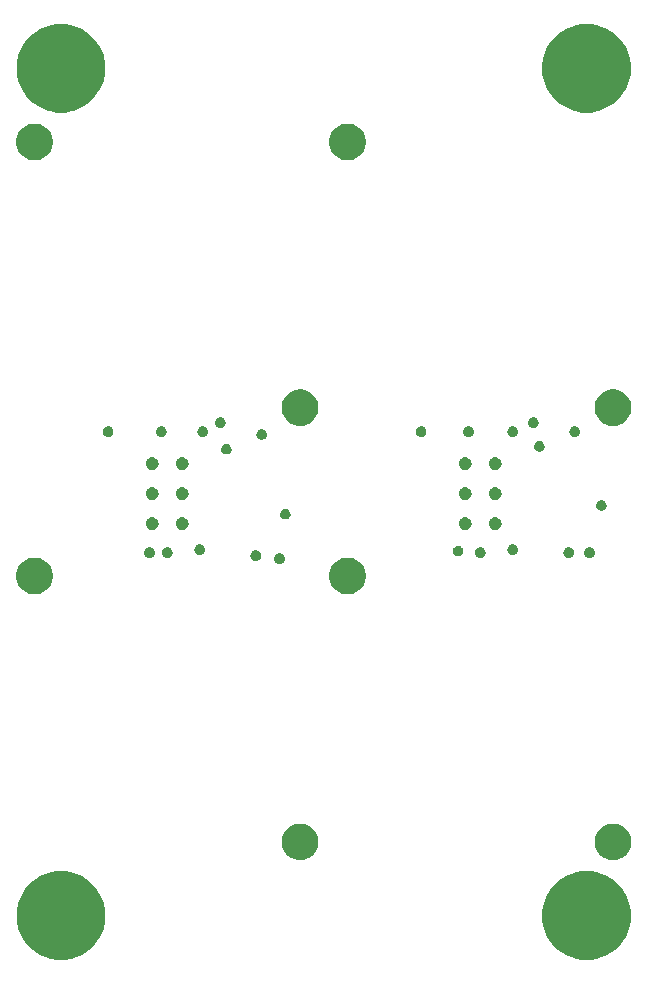
<source format=gbr>
G04 #@! TF.GenerationSoftware,KiCad,Pcbnew,(5.1.4)-1*
G04 #@! TF.CreationDate,2020-07-05T13:48:23-04:00*
G04 #@! TF.ProjectId,Pressure_sensor_daughterboard-MS5607-MS5803,50726573-7375-4726-955f-73656e736f72,1.2*
G04 #@! TF.SameCoordinates,Original*
G04 #@! TF.FileFunction,Soldermask,Bot*
G04 #@! TF.FilePolarity,Negative*
%FSLAX46Y46*%
G04 Gerber Fmt 4.6, Leading zero omitted, Abs format (unit mm)*
G04 Created by KiCad (PCBNEW (5.1.4)-1) date 2020-07-05 13:48:23*
%MOMM*%
%LPD*%
G04 APERTURE LIST*
%ADD10C,0.100000*%
G04 APERTURE END LIST*
D10*
G36*
X164352564Y-101595099D02*
G01*
X164594126Y-101643149D01*
X165276765Y-101925907D01*
X165891123Y-102336408D01*
X166413592Y-102858877D01*
X166824093Y-103473235D01*
X167106851Y-104155874D01*
X167106851Y-104155875D01*
X167251000Y-104880557D01*
X167251000Y-105619443D01*
X167234777Y-105701000D01*
X167106851Y-106344126D01*
X166824093Y-107026765D01*
X166413592Y-107641123D01*
X165891123Y-108163592D01*
X165276765Y-108574093D01*
X164594126Y-108856851D01*
X164352564Y-108904901D01*
X163869443Y-109001000D01*
X163130557Y-109001000D01*
X162647436Y-108904901D01*
X162405874Y-108856851D01*
X161723235Y-108574093D01*
X161108877Y-108163592D01*
X160586408Y-107641123D01*
X160175907Y-107026765D01*
X159893149Y-106344126D01*
X159765223Y-105701000D01*
X159749000Y-105619443D01*
X159749000Y-104880557D01*
X159893149Y-104155875D01*
X159893149Y-104155874D01*
X160175907Y-103473235D01*
X160586408Y-102858877D01*
X161108877Y-102336408D01*
X161723235Y-101925907D01*
X162405874Y-101643149D01*
X162647436Y-101595099D01*
X163130557Y-101499000D01*
X163869443Y-101499000D01*
X164352564Y-101595099D01*
X164352564Y-101595099D01*
G37*
G36*
X119852564Y-101595099D02*
G01*
X120094126Y-101643149D01*
X120776765Y-101925907D01*
X121391123Y-102336408D01*
X121913592Y-102858877D01*
X122324093Y-103473235D01*
X122606851Y-104155874D01*
X122606851Y-104155875D01*
X122751000Y-104880557D01*
X122751000Y-105619443D01*
X122734777Y-105701000D01*
X122606851Y-106344126D01*
X122324093Y-107026765D01*
X121913592Y-107641123D01*
X121391123Y-108163592D01*
X120776765Y-108574093D01*
X120094126Y-108856851D01*
X119852564Y-108904901D01*
X119369443Y-109001000D01*
X118630557Y-109001000D01*
X118147436Y-108904901D01*
X117905874Y-108856851D01*
X117223235Y-108574093D01*
X116608877Y-108163592D01*
X116086408Y-107641123D01*
X115675907Y-107026765D01*
X115393149Y-106344126D01*
X115265223Y-105701000D01*
X115249000Y-105619443D01*
X115249000Y-104880557D01*
X115393149Y-104155875D01*
X115393149Y-104155874D01*
X115675907Y-103473235D01*
X116086408Y-102858877D01*
X116608877Y-102336408D01*
X117223235Y-101925907D01*
X117905874Y-101643149D01*
X118147436Y-101595099D01*
X118630557Y-101499000D01*
X119369443Y-101499000D01*
X119852564Y-101595099D01*
X119852564Y-101595099D01*
G37*
G36*
X166052585Y-97478802D02*
G01*
X166202410Y-97508604D01*
X166484674Y-97625521D01*
X166738705Y-97795259D01*
X166954741Y-98011295D01*
X167124479Y-98265326D01*
X167241396Y-98547590D01*
X167301000Y-98847240D01*
X167301000Y-99152760D01*
X167241396Y-99452410D01*
X167124479Y-99734674D01*
X166954741Y-99988705D01*
X166738705Y-100204741D01*
X166484674Y-100374479D01*
X166202410Y-100491396D01*
X166052585Y-100521198D01*
X165902761Y-100551000D01*
X165597239Y-100551000D01*
X165447415Y-100521198D01*
X165297590Y-100491396D01*
X165015326Y-100374479D01*
X164761295Y-100204741D01*
X164545259Y-99988705D01*
X164375521Y-99734674D01*
X164258604Y-99452410D01*
X164199000Y-99152760D01*
X164199000Y-98847240D01*
X164258604Y-98547590D01*
X164375521Y-98265326D01*
X164545259Y-98011295D01*
X164761295Y-97795259D01*
X165015326Y-97625521D01*
X165297590Y-97508604D01*
X165447415Y-97478802D01*
X165597239Y-97449000D01*
X165902761Y-97449000D01*
X166052585Y-97478802D01*
X166052585Y-97478802D01*
G37*
G36*
X139552585Y-97478802D02*
G01*
X139702410Y-97508604D01*
X139984674Y-97625521D01*
X140238705Y-97795259D01*
X140454741Y-98011295D01*
X140624479Y-98265326D01*
X140741396Y-98547590D01*
X140801000Y-98847240D01*
X140801000Y-99152760D01*
X140741396Y-99452410D01*
X140624479Y-99734674D01*
X140454741Y-99988705D01*
X140238705Y-100204741D01*
X139984674Y-100374479D01*
X139702410Y-100491396D01*
X139552585Y-100521198D01*
X139402761Y-100551000D01*
X139097239Y-100551000D01*
X138947415Y-100521198D01*
X138797590Y-100491396D01*
X138515326Y-100374479D01*
X138261295Y-100204741D01*
X138045259Y-99988705D01*
X137875521Y-99734674D01*
X137758604Y-99452410D01*
X137699000Y-99152760D01*
X137699000Y-98847240D01*
X137758604Y-98547590D01*
X137875521Y-98265326D01*
X138045259Y-98011295D01*
X138261295Y-97795259D01*
X138515326Y-97625521D01*
X138797590Y-97508604D01*
X138947415Y-97478802D01*
X139097239Y-97449000D01*
X139402761Y-97449000D01*
X139552585Y-97478802D01*
X139552585Y-97478802D01*
G37*
G36*
X117052585Y-74978802D02*
G01*
X117202410Y-75008604D01*
X117484674Y-75125521D01*
X117738705Y-75295259D01*
X117954741Y-75511295D01*
X118124479Y-75765326D01*
X118241396Y-76047590D01*
X118301000Y-76347240D01*
X118301000Y-76652760D01*
X118241396Y-76952410D01*
X118124479Y-77234674D01*
X117954741Y-77488705D01*
X117738705Y-77704741D01*
X117484674Y-77874479D01*
X117202410Y-77991396D01*
X117052585Y-78021198D01*
X116902761Y-78051000D01*
X116597239Y-78051000D01*
X116447415Y-78021198D01*
X116297590Y-77991396D01*
X116015326Y-77874479D01*
X115761295Y-77704741D01*
X115545259Y-77488705D01*
X115375521Y-77234674D01*
X115258604Y-76952410D01*
X115199000Y-76652760D01*
X115199000Y-76347240D01*
X115258604Y-76047590D01*
X115375521Y-75765326D01*
X115545259Y-75511295D01*
X115761295Y-75295259D01*
X116015326Y-75125521D01*
X116297590Y-75008604D01*
X116447415Y-74978802D01*
X116597239Y-74949000D01*
X116902761Y-74949000D01*
X117052585Y-74978802D01*
X117052585Y-74978802D01*
G37*
G36*
X143552585Y-74978802D02*
G01*
X143702410Y-75008604D01*
X143984674Y-75125521D01*
X144238705Y-75295259D01*
X144454741Y-75511295D01*
X144624479Y-75765326D01*
X144741396Y-76047590D01*
X144801000Y-76347240D01*
X144801000Y-76652760D01*
X144741396Y-76952410D01*
X144624479Y-77234674D01*
X144454741Y-77488705D01*
X144238705Y-77704741D01*
X143984674Y-77874479D01*
X143702410Y-77991396D01*
X143552585Y-78021198D01*
X143402761Y-78051000D01*
X143097239Y-78051000D01*
X142947415Y-78021198D01*
X142797590Y-77991396D01*
X142515326Y-77874479D01*
X142261295Y-77704741D01*
X142045259Y-77488705D01*
X141875521Y-77234674D01*
X141758604Y-76952410D01*
X141699000Y-76652760D01*
X141699000Y-76347240D01*
X141758604Y-76047590D01*
X141875521Y-75765326D01*
X142045259Y-75511295D01*
X142261295Y-75295259D01*
X142515326Y-75125521D01*
X142797590Y-75008604D01*
X142947415Y-74978802D01*
X143097239Y-74949000D01*
X143402761Y-74949000D01*
X143552585Y-74978802D01*
X143552585Y-74978802D01*
G37*
G36*
X137631552Y-74566331D02*
G01*
X137713627Y-74600328D01*
X137713629Y-74600329D01*
X137740746Y-74618448D01*
X137787495Y-74649685D01*
X137850315Y-74712505D01*
X137899672Y-74786373D01*
X137933669Y-74868448D01*
X137951000Y-74955579D01*
X137951000Y-75044421D01*
X137933669Y-75131552D01*
X137912081Y-75183669D01*
X137899671Y-75213629D01*
X137850314Y-75287496D01*
X137787496Y-75350314D01*
X137713629Y-75399671D01*
X137713628Y-75399672D01*
X137713627Y-75399672D01*
X137631552Y-75433669D01*
X137544421Y-75451000D01*
X137455579Y-75451000D01*
X137368448Y-75433669D01*
X137286373Y-75399672D01*
X137286372Y-75399672D01*
X137286371Y-75399671D01*
X137212504Y-75350314D01*
X137149686Y-75287496D01*
X137100329Y-75213629D01*
X137087919Y-75183669D01*
X137066331Y-75131552D01*
X137049000Y-75044421D01*
X137049000Y-74955579D01*
X137066331Y-74868448D01*
X137100328Y-74786373D01*
X137149685Y-74712505D01*
X137212505Y-74649685D01*
X137259254Y-74618448D01*
X137286371Y-74600329D01*
X137286373Y-74600328D01*
X137368448Y-74566331D01*
X137455579Y-74549000D01*
X137544421Y-74549000D01*
X137631552Y-74566331D01*
X137631552Y-74566331D01*
G37*
G36*
X135631552Y-74316331D02*
G01*
X135713627Y-74350328D01*
X135713629Y-74350329D01*
X135740746Y-74368448D01*
X135787495Y-74399685D01*
X135850315Y-74462505D01*
X135899672Y-74536373D01*
X135933669Y-74618448D01*
X135951000Y-74705579D01*
X135951000Y-74794421D01*
X135933669Y-74881552D01*
X135903005Y-74955580D01*
X135899671Y-74963629D01*
X135850314Y-75037496D01*
X135787496Y-75100314D01*
X135713629Y-75149671D01*
X135713628Y-75149672D01*
X135713627Y-75149672D01*
X135631552Y-75183669D01*
X135544421Y-75201000D01*
X135455579Y-75201000D01*
X135368448Y-75183669D01*
X135286373Y-75149672D01*
X135286372Y-75149672D01*
X135286371Y-75149671D01*
X135212504Y-75100314D01*
X135149686Y-75037496D01*
X135100329Y-74963629D01*
X135096995Y-74955580D01*
X135066331Y-74881552D01*
X135049000Y-74794421D01*
X135049000Y-74705579D01*
X135066331Y-74618448D01*
X135100328Y-74536373D01*
X135149685Y-74462505D01*
X135212505Y-74399685D01*
X135259254Y-74368448D01*
X135286371Y-74350329D01*
X135286373Y-74350328D01*
X135368448Y-74316331D01*
X135455579Y-74299000D01*
X135544421Y-74299000D01*
X135631552Y-74316331D01*
X135631552Y-74316331D01*
G37*
G36*
X128131552Y-74066331D02*
G01*
X128213627Y-74100328D01*
X128213629Y-74100329D01*
X128240746Y-74118448D01*
X128287495Y-74149685D01*
X128350315Y-74212505D01*
X128399672Y-74286373D01*
X128433669Y-74368448D01*
X128451000Y-74455579D01*
X128451000Y-74544421D01*
X128433669Y-74631552D01*
X128403005Y-74705580D01*
X128399671Y-74713629D01*
X128374825Y-74750813D01*
X128351065Y-74786373D01*
X128350314Y-74787496D01*
X128287496Y-74850314D01*
X128213629Y-74899671D01*
X128213628Y-74899672D01*
X128213627Y-74899672D01*
X128131552Y-74933669D01*
X128044421Y-74951000D01*
X127955579Y-74951000D01*
X127868448Y-74933669D01*
X127786373Y-74899672D01*
X127786372Y-74899672D01*
X127786371Y-74899671D01*
X127712504Y-74850314D01*
X127649686Y-74787496D01*
X127648936Y-74786373D01*
X127625175Y-74750813D01*
X127600329Y-74713629D01*
X127596995Y-74705580D01*
X127566331Y-74631552D01*
X127549000Y-74544421D01*
X127549000Y-74455579D01*
X127566331Y-74368448D01*
X127600328Y-74286373D01*
X127649685Y-74212505D01*
X127712505Y-74149685D01*
X127759254Y-74118448D01*
X127786371Y-74100329D01*
X127786373Y-74100328D01*
X127868448Y-74066331D01*
X127955579Y-74049000D01*
X128044421Y-74049000D01*
X128131552Y-74066331D01*
X128131552Y-74066331D01*
G37*
G36*
X126631552Y-74066331D02*
G01*
X126713627Y-74100328D01*
X126713629Y-74100329D01*
X126740746Y-74118448D01*
X126787495Y-74149685D01*
X126850315Y-74212505D01*
X126899672Y-74286373D01*
X126933669Y-74368448D01*
X126951000Y-74455579D01*
X126951000Y-74544421D01*
X126933669Y-74631552D01*
X126903005Y-74705580D01*
X126899671Y-74713629D01*
X126874825Y-74750813D01*
X126851065Y-74786373D01*
X126850314Y-74787496D01*
X126787496Y-74850314D01*
X126713629Y-74899671D01*
X126713628Y-74899672D01*
X126713627Y-74899672D01*
X126631552Y-74933669D01*
X126544421Y-74951000D01*
X126455579Y-74951000D01*
X126368448Y-74933669D01*
X126286373Y-74899672D01*
X126286372Y-74899672D01*
X126286371Y-74899671D01*
X126212504Y-74850314D01*
X126149686Y-74787496D01*
X126148936Y-74786373D01*
X126125175Y-74750813D01*
X126100329Y-74713629D01*
X126096995Y-74705580D01*
X126066331Y-74631552D01*
X126049000Y-74544421D01*
X126049000Y-74455579D01*
X126066331Y-74368448D01*
X126100328Y-74286373D01*
X126149685Y-74212505D01*
X126212505Y-74149685D01*
X126259254Y-74118448D01*
X126286371Y-74100329D01*
X126286373Y-74100328D01*
X126368448Y-74066331D01*
X126455579Y-74049000D01*
X126544421Y-74049000D01*
X126631552Y-74066331D01*
X126631552Y-74066331D01*
G37*
G36*
X154631552Y-74066331D02*
G01*
X154713627Y-74100328D01*
X154713629Y-74100329D01*
X154740746Y-74118448D01*
X154787495Y-74149685D01*
X154850315Y-74212505D01*
X154899672Y-74286373D01*
X154933669Y-74368448D01*
X154951000Y-74455579D01*
X154951000Y-74544421D01*
X154933669Y-74631552D01*
X154903005Y-74705580D01*
X154899671Y-74713629D01*
X154874825Y-74750813D01*
X154851065Y-74786373D01*
X154850314Y-74787496D01*
X154787496Y-74850314D01*
X154713629Y-74899671D01*
X154713628Y-74899672D01*
X154713627Y-74899672D01*
X154631552Y-74933669D01*
X154544421Y-74951000D01*
X154455579Y-74951000D01*
X154368448Y-74933669D01*
X154286373Y-74899672D01*
X154286372Y-74899672D01*
X154286371Y-74899671D01*
X154212504Y-74850314D01*
X154149686Y-74787496D01*
X154148936Y-74786373D01*
X154125175Y-74750813D01*
X154100329Y-74713629D01*
X154096995Y-74705580D01*
X154066331Y-74631552D01*
X154049000Y-74544421D01*
X154049000Y-74455579D01*
X154066331Y-74368448D01*
X154100328Y-74286373D01*
X154149685Y-74212505D01*
X154212505Y-74149685D01*
X154259254Y-74118448D01*
X154286371Y-74100329D01*
X154286373Y-74100328D01*
X154368448Y-74066331D01*
X154455579Y-74049000D01*
X154544421Y-74049000D01*
X154631552Y-74066331D01*
X154631552Y-74066331D01*
G37*
G36*
X162131552Y-74066331D02*
G01*
X162213627Y-74100328D01*
X162213629Y-74100329D01*
X162240746Y-74118448D01*
X162287495Y-74149685D01*
X162350315Y-74212505D01*
X162399672Y-74286373D01*
X162433669Y-74368448D01*
X162451000Y-74455579D01*
X162451000Y-74544421D01*
X162433669Y-74631552D01*
X162403005Y-74705580D01*
X162399671Y-74713629D01*
X162374825Y-74750813D01*
X162351065Y-74786373D01*
X162350314Y-74787496D01*
X162287496Y-74850314D01*
X162213629Y-74899671D01*
X162213628Y-74899672D01*
X162213627Y-74899672D01*
X162131552Y-74933669D01*
X162044421Y-74951000D01*
X161955579Y-74951000D01*
X161868448Y-74933669D01*
X161786373Y-74899672D01*
X161786372Y-74899672D01*
X161786371Y-74899671D01*
X161712504Y-74850314D01*
X161649686Y-74787496D01*
X161648936Y-74786373D01*
X161625175Y-74750813D01*
X161600329Y-74713629D01*
X161596995Y-74705580D01*
X161566331Y-74631552D01*
X161549000Y-74544421D01*
X161549000Y-74455579D01*
X161566331Y-74368448D01*
X161600328Y-74286373D01*
X161649685Y-74212505D01*
X161712505Y-74149685D01*
X161759254Y-74118448D01*
X161786371Y-74100329D01*
X161786373Y-74100328D01*
X161868448Y-74066331D01*
X161955579Y-74049000D01*
X162044421Y-74049000D01*
X162131552Y-74066331D01*
X162131552Y-74066331D01*
G37*
G36*
X163881552Y-74066331D02*
G01*
X163963627Y-74100328D01*
X163963629Y-74100329D01*
X163990746Y-74118448D01*
X164037495Y-74149685D01*
X164100315Y-74212505D01*
X164149672Y-74286373D01*
X164183669Y-74368448D01*
X164201000Y-74455579D01*
X164201000Y-74544421D01*
X164183669Y-74631552D01*
X164153005Y-74705580D01*
X164149671Y-74713629D01*
X164124825Y-74750813D01*
X164101065Y-74786373D01*
X164100314Y-74787496D01*
X164037496Y-74850314D01*
X163963629Y-74899671D01*
X163963628Y-74899672D01*
X163963627Y-74899672D01*
X163881552Y-74933669D01*
X163794421Y-74951000D01*
X163705579Y-74951000D01*
X163618448Y-74933669D01*
X163536373Y-74899672D01*
X163536372Y-74899672D01*
X163536371Y-74899671D01*
X163462504Y-74850314D01*
X163399686Y-74787496D01*
X163398936Y-74786373D01*
X163375175Y-74750813D01*
X163350329Y-74713629D01*
X163346995Y-74705580D01*
X163316331Y-74631552D01*
X163299000Y-74544421D01*
X163299000Y-74455579D01*
X163316331Y-74368448D01*
X163350328Y-74286373D01*
X163399685Y-74212505D01*
X163462505Y-74149685D01*
X163509254Y-74118448D01*
X163536371Y-74100329D01*
X163536373Y-74100328D01*
X163618448Y-74066331D01*
X163705579Y-74049000D01*
X163794421Y-74049000D01*
X163881552Y-74066331D01*
X163881552Y-74066331D01*
G37*
G36*
X152756552Y-73941331D02*
G01*
X152838627Y-73975328D01*
X152838629Y-73975329D01*
X152912496Y-74024686D01*
X152975314Y-74087504D01*
X153016863Y-74149685D01*
X153024672Y-74161373D01*
X153058669Y-74243448D01*
X153076000Y-74330579D01*
X153076000Y-74419421D01*
X153058669Y-74506552D01*
X153041086Y-74549000D01*
X153024671Y-74588629D01*
X153016854Y-74600328D01*
X152983874Y-74649686D01*
X152975314Y-74662496D01*
X152912496Y-74725314D01*
X152838629Y-74774671D01*
X152838628Y-74774672D01*
X152838627Y-74774672D01*
X152756552Y-74808669D01*
X152669421Y-74826000D01*
X152580579Y-74826000D01*
X152493448Y-74808669D01*
X152411373Y-74774672D01*
X152411372Y-74774672D01*
X152411371Y-74774671D01*
X152337504Y-74725314D01*
X152274686Y-74662496D01*
X152266127Y-74649686D01*
X152233146Y-74600328D01*
X152225329Y-74588629D01*
X152208914Y-74549000D01*
X152191331Y-74506552D01*
X152174000Y-74419421D01*
X152174000Y-74330579D01*
X152191331Y-74243448D01*
X152225328Y-74161373D01*
X152233138Y-74149685D01*
X152274686Y-74087504D01*
X152337504Y-74024686D01*
X152411371Y-73975329D01*
X152411373Y-73975328D01*
X152493448Y-73941331D01*
X152580579Y-73924000D01*
X152669421Y-73924000D01*
X152756552Y-73941331D01*
X152756552Y-73941331D01*
G37*
G36*
X157381552Y-73816331D02*
G01*
X157463627Y-73850328D01*
X157463629Y-73850329D01*
X157537496Y-73899686D01*
X157600314Y-73962504D01*
X157641863Y-74024685D01*
X157649672Y-74036373D01*
X157683669Y-74118448D01*
X157701000Y-74205579D01*
X157701000Y-74294421D01*
X157683669Y-74381552D01*
X157649672Y-74463627D01*
X157600315Y-74537495D01*
X157537495Y-74600315D01*
X157537474Y-74600329D01*
X157463629Y-74649671D01*
X157463628Y-74649672D01*
X157463627Y-74649672D01*
X157381552Y-74683669D01*
X157294421Y-74701000D01*
X157205579Y-74701000D01*
X157118448Y-74683669D01*
X157036373Y-74649672D01*
X157036372Y-74649672D01*
X157036371Y-74649671D01*
X156962526Y-74600329D01*
X156962505Y-74600315D01*
X156899685Y-74537495D01*
X156850328Y-74463627D01*
X156816331Y-74381552D01*
X156799000Y-74294421D01*
X156799000Y-74205579D01*
X156816331Y-74118448D01*
X156850328Y-74036373D01*
X156858138Y-74024685D01*
X156899686Y-73962504D01*
X156962504Y-73899686D01*
X157036371Y-73850329D01*
X157036373Y-73850328D01*
X157118448Y-73816331D01*
X157205579Y-73799000D01*
X157294421Y-73799000D01*
X157381552Y-73816331D01*
X157381552Y-73816331D01*
G37*
G36*
X130881552Y-73816331D02*
G01*
X130963627Y-73850328D01*
X130963629Y-73850329D01*
X131037496Y-73899686D01*
X131100314Y-73962504D01*
X131141863Y-74024685D01*
X131149672Y-74036373D01*
X131183669Y-74118448D01*
X131201000Y-74205579D01*
X131201000Y-74294421D01*
X131183669Y-74381552D01*
X131149672Y-74463627D01*
X131100315Y-74537495D01*
X131037495Y-74600315D01*
X131037474Y-74600329D01*
X130963629Y-74649671D01*
X130963628Y-74649672D01*
X130963627Y-74649672D01*
X130881552Y-74683669D01*
X130794421Y-74701000D01*
X130705579Y-74701000D01*
X130618448Y-74683669D01*
X130536373Y-74649672D01*
X130536372Y-74649672D01*
X130536371Y-74649671D01*
X130462526Y-74600329D01*
X130462505Y-74600315D01*
X130399685Y-74537495D01*
X130350328Y-74463627D01*
X130316331Y-74381552D01*
X130299000Y-74294421D01*
X130299000Y-74205579D01*
X130316331Y-74118448D01*
X130350328Y-74036373D01*
X130358138Y-74024685D01*
X130399686Y-73962504D01*
X130462504Y-73899686D01*
X130536371Y-73850329D01*
X130536373Y-73850328D01*
X130618448Y-73816331D01*
X130705579Y-73799000D01*
X130794421Y-73799000D01*
X130881552Y-73816331D01*
X130881552Y-73816331D01*
G37*
G36*
X155926342Y-71524598D02*
G01*
X155926344Y-71524599D01*
X155926345Y-71524599D01*
X156023891Y-71565003D01*
X156111680Y-71623662D01*
X156186338Y-71698320D01*
X156244997Y-71786109D01*
X156285401Y-71883655D01*
X156306000Y-71987209D01*
X156306000Y-72092791D01*
X156285401Y-72196345D01*
X156244997Y-72293891D01*
X156186338Y-72381680D01*
X156111680Y-72456338D01*
X156023891Y-72514997D01*
X155926345Y-72555401D01*
X155926344Y-72555401D01*
X155926342Y-72555402D01*
X155822793Y-72576000D01*
X155717207Y-72576000D01*
X155613658Y-72555402D01*
X155613656Y-72555401D01*
X155613655Y-72555401D01*
X155516109Y-72514997D01*
X155428320Y-72456338D01*
X155353662Y-72381680D01*
X155295003Y-72293891D01*
X155254599Y-72196345D01*
X155234000Y-72092791D01*
X155234000Y-71987209D01*
X155254599Y-71883655D01*
X155295003Y-71786109D01*
X155353662Y-71698320D01*
X155428320Y-71623662D01*
X155516109Y-71565003D01*
X155613655Y-71524599D01*
X155613656Y-71524599D01*
X155613658Y-71524598D01*
X155717207Y-71504000D01*
X155822793Y-71504000D01*
X155926342Y-71524598D01*
X155926342Y-71524598D01*
G37*
G36*
X153386342Y-71524598D02*
G01*
X153386344Y-71524599D01*
X153386345Y-71524599D01*
X153483891Y-71565003D01*
X153571680Y-71623662D01*
X153646338Y-71698320D01*
X153704997Y-71786109D01*
X153745401Y-71883655D01*
X153766000Y-71987209D01*
X153766000Y-72092791D01*
X153745401Y-72196345D01*
X153704997Y-72293891D01*
X153646338Y-72381680D01*
X153571680Y-72456338D01*
X153483891Y-72514997D01*
X153386345Y-72555401D01*
X153386344Y-72555401D01*
X153386342Y-72555402D01*
X153282793Y-72576000D01*
X153177207Y-72576000D01*
X153073658Y-72555402D01*
X153073656Y-72555401D01*
X153073655Y-72555401D01*
X152976109Y-72514997D01*
X152888320Y-72456338D01*
X152813662Y-72381680D01*
X152755003Y-72293891D01*
X152714599Y-72196345D01*
X152694000Y-72092791D01*
X152694000Y-71987209D01*
X152714599Y-71883655D01*
X152755003Y-71786109D01*
X152813662Y-71698320D01*
X152888320Y-71623662D01*
X152976109Y-71565003D01*
X153073655Y-71524599D01*
X153073656Y-71524599D01*
X153073658Y-71524598D01*
X153177207Y-71504000D01*
X153282793Y-71504000D01*
X153386342Y-71524598D01*
X153386342Y-71524598D01*
G37*
G36*
X129426342Y-71524598D02*
G01*
X129426344Y-71524599D01*
X129426345Y-71524599D01*
X129523891Y-71565003D01*
X129611680Y-71623662D01*
X129686338Y-71698320D01*
X129744997Y-71786109D01*
X129785401Y-71883655D01*
X129806000Y-71987209D01*
X129806000Y-72092791D01*
X129785401Y-72196345D01*
X129744997Y-72293891D01*
X129686338Y-72381680D01*
X129611680Y-72456338D01*
X129523891Y-72514997D01*
X129426345Y-72555401D01*
X129426344Y-72555401D01*
X129426342Y-72555402D01*
X129322793Y-72576000D01*
X129217207Y-72576000D01*
X129113658Y-72555402D01*
X129113656Y-72555401D01*
X129113655Y-72555401D01*
X129016109Y-72514997D01*
X128928320Y-72456338D01*
X128853662Y-72381680D01*
X128795003Y-72293891D01*
X128754599Y-72196345D01*
X128734000Y-72092791D01*
X128734000Y-71987209D01*
X128754599Y-71883655D01*
X128795003Y-71786109D01*
X128853662Y-71698320D01*
X128928320Y-71623662D01*
X129016109Y-71565003D01*
X129113655Y-71524599D01*
X129113656Y-71524599D01*
X129113658Y-71524598D01*
X129217207Y-71504000D01*
X129322793Y-71504000D01*
X129426342Y-71524598D01*
X129426342Y-71524598D01*
G37*
G36*
X126886342Y-71524598D02*
G01*
X126886344Y-71524599D01*
X126886345Y-71524599D01*
X126983891Y-71565003D01*
X127071680Y-71623662D01*
X127146338Y-71698320D01*
X127204997Y-71786109D01*
X127245401Y-71883655D01*
X127266000Y-71987209D01*
X127266000Y-72092791D01*
X127245401Y-72196345D01*
X127204997Y-72293891D01*
X127146338Y-72381680D01*
X127071680Y-72456338D01*
X126983891Y-72514997D01*
X126886345Y-72555401D01*
X126886344Y-72555401D01*
X126886342Y-72555402D01*
X126782793Y-72576000D01*
X126677207Y-72576000D01*
X126573658Y-72555402D01*
X126573656Y-72555401D01*
X126573655Y-72555401D01*
X126476109Y-72514997D01*
X126388320Y-72456338D01*
X126313662Y-72381680D01*
X126255003Y-72293891D01*
X126214599Y-72196345D01*
X126194000Y-72092791D01*
X126194000Y-71987209D01*
X126214599Y-71883655D01*
X126255003Y-71786109D01*
X126313662Y-71698320D01*
X126388320Y-71623662D01*
X126476109Y-71565003D01*
X126573655Y-71524599D01*
X126573656Y-71524599D01*
X126573658Y-71524598D01*
X126677207Y-71504000D01*
X126782793Y-71504000D01*
X126886342Y-71524598D01*
X126886342Y-71524598D01*
G37*
G36*
X138131552Y-70816331D02*
G01*
X138213627Y-70850328D01*
X138213629Y-70850329D01*
X138250813Y-70875175D01*
X138287495Y-70899685D01*
X138350315Y-70962505D01*
X138399672Y-71036373D01*
X138433669Y-71118448D01*
X138451000Y-71205579D01*
X138451000Y-71294421D01*
X138433669Y-71381552D01*
X138399672Y-71463627D01*
X138399671Y-71463629D01*
X138350314Y-71537496D01*
X138287496Y-71600314D01*
X138213629Y-71649671D01*
X138213628Y-71649672D01*
X138213627Y-71649672D01*
X138131552Y-71683669D01*
X138044421Y-71701000D01*
X137955579Y-71701000D01*
X137868448Y-71683669D01*
X137786373Y-71649672D01*
X137786372Y-71649672D01*
X137786371Y-71649671D01*
X137712504Y-71600314D01*
X137649686Y-71537496D01*
X137600329Y-71463629D01*
X137600328Y-71463627D01*
X137566331Y-71381552D01*
X137549000Y-71294421D01*
X137549000Y-71205579D01*
X137566331Y-71118448D01*
X137600328Y-71036373D01*
X137649685Y-70962505D01*
X137712505Y-70899685D01*
X137749187Y-70875175D01*
X137786371Y-70850329D01*
X137786373Y-70850328D01*
X137868448Y-70816331D01*
X137955579Y-70799000D01*
X138044421Y-70799000D01*
X138131552Y-70816331D01*
X138131552Y-70816331D01*
G37*
G36*
X164881552Y-70066331D02*
G01*
X164963627Y-70100328D01*
X164963629Y-70100329D01*
X165000813Y-70125175D01*
X165037495Y-70149685D01*
X165100315Y-70212505D01*
X165149672Y-70286373D01*
X165183669Y-70368448D01*
X165201000Y-70455579D01*
X165201000Y-70544421D01*
X165183669Y-70631552D01*
X165149672Y-70713627D01*
X165100315Y-70787495D01*
X165037495Y-70850315D01*
X165037474Y-70850329D01*
X164963629Y-70899671D01*
X164963628Y-70899672D01*
X164963627Y-70899672D01*
X164881552Y-70933669D01*
X164794421Y-70951000D01*
X164705579Y-70951000D01*
X164618448Y-70933669D01*
X164536373Y-70899672D01*
X164536372Y-70899672D01*
X164536371Y-70899671D01*
X164462526Y-70850329D01*
X164462505Y-70850315D01*
X164399685Y-70787495D01*
X164350328Y-70713627D01*
X164316331Y-70631552D01*
X164299000Y-70544421D01*
X164299000Y-70455579D01*
X164316331Y-70368448D01*
X164350328Y-70286373D01*
X164399685Y-70212505D01*
X164462505Y-70149685D01*
X164499187Y-70125175D01*
X164536371Y-70100329D01*
X164536373Y-70100328D01*
X164618448Y-70066331D01*
X164705579Y-70049000D01*
X164794421Y-70049000D01*
X164881552Y-70066331D01*
X164881552Y-70066331D01*
G37*
G36*
X153386342Y-68984598D02*
G01*
X153386344Y-68984599D01*
X153386345Y-68984599D01*
X153483891Y-69025003D01*
X153571680Y-69083662D01*
X153646338Y-69158320D01*
X153704997Y-69246109D01*
X153745401Y-69343655D01*
X153766000Y-69447209D01*
X153766000Y-69552791D01*
X153745401Y-69656345D01*
X153704997Y-69753891D01*
X153646338Y-69841680D01*
X153571680Y-69916338D01*
X153483891Y-69974997D01*
X153386345Y-70015401D01*
X153386344Y-70015401D01*
X153386342Y-70015402D01*
X153282793Y-70036000D01*
X153177207Y-70036000D01*
X153073658Y-70015402D01*
X153073656Y-70015401D01*
X153073655Y-70015401D01*
X152976109Y-69974997D01*
X152888320Y-69916338D01*
X152813662Y-69841680D01*
X152755003Y-69753891D01*
X152714599Y-69656345D01*
X152694000Y-69552791D01*
X152694000Y-69447209D01*
X152714599Y-69343655D01*
X152755003Y-69246109D01*
X152813662Y-69158320D01*
X152888320Y-69083662D01*
X152976109Y-69025003D01*
X153073655Y-68984599D01*
X153073656Y-68984599D01*
X153073658Y-68984598D01*
X153177207Y-68964000D01*
X153282793Y-68964000D01*
X153386342Y-68984598D01*
X153386342Y-68984598D01*
G37*
G36*
X155926342Y-68984598D02*
G01*
X155926344Y-68984599D01*
X155926345Y-68984599D01*
X156023891Y-69025003D01*
X156111680Y-69083662D01*
X156186338Y-69158320D01*
X156244997Y-69246109D01*
X156285401Y-69343655D01*
X156306000Y-69447209D01*
X156306000Y-69552791D01*
X156285401Y-69656345D01*
X156244997Y-69753891D01*
X156186338Y-69841680D01*
X156111680Y-69916338D01*
X156023891Y-69974997D01*
X155926345Y-70015401D01*
X155926344Y-70015401D01*
X155926342Y-70015402D01*
X155822793Y-70036000D01*
X155717207Y-70036000D01*
X155613658Y-70015402D01*
X155613656Y-70015401D01*
X155613655Y-70015401D01*
X155516109Y-69974997D01*
X155428320Y-69916338D01*
X155353662Y-69841680D01*
X155295003Y-69753891D01*
X155254599Y-69656345D01*
X155234000Y-69552791D01*
X155234000Y-69447209D01*
X155254599Y-69343655D01*
X155295003Y-69246109D01*
X155353662Y-69158320D01*
X155428320Y-69083662D01*
X155516109Y-69025003D01*
X155613655Y-68984599D01*
X155613656Y-68984599D01*
X155613658Y-68984598D01*
X155717207Y-68964000D01*
X155822793Y-68964000D01*
X155926342Y-68984598D01*
X155926342Y-68984598D01*
G37*
G36*
X129426342Y-68984598D02*
G01*
X129426344Y-68984599D01*
X129426345Y-68984599D01*
X129523891Y-69025003D01*
X129611680Y-69083662D01*
X129686338Y-69158320D01*
X129744997Y-69246109D01*
X129785401Y-69343655D01*
X129806000Y-69447209D01*
X129806000Y-69552791D01*
X129785401Y-69656345D01*
X129744997Y-69753891D01*
X129686338Y-69841680D01*
X129611680Y-69916338D01*
X129523891Y-69974997D01*
X129426345Y-70015401D01*
X129426344Y-70015401D01*
X129426342Y-70015402D01*
X129322793Y-70036000D01*
X129217207Y-70036000D01*
X129113658Y-70015402D01*
X129113656Y-70015401D01*
X129113655Y-70015401D01*
X129016109Y-69974997D01*
X128928320Y-69916338D01*
X128853662Y-69841680D01*
X128795003Y-69753891D01*
X128754599Y-69656345D01*
X128734000Y-69552791D01*
X128734000Y-69447209D01*
X128754599Y-69343655D01*
X128795003Y-69246109D01*
X128853662Y-69158320D01*
X128928320Y-69083662D01*
X129016109Y-69025003D01*
X129113655Y-68984599D01*
X129113656Y-68984599D01*
X129113658Y-68984598D01*
X129217207Y-68964000D01*
X129322793Y-68964000D01*
X129426342Y-68984598D01*
X129426342Y-68984598D01*
G37*
G36*
X126886342Y-68984598D02*
G01*
X126886344Y-68984599D01*
X126886345Y-68984599D01*
X126983891Y-69025003D01*
X127071680Y-69083662D01*
X127146338Y-69158320D01*
X127204997Y-69246109D01*
X127245401Y-69343655D01*
X127266000Y-69447209D01*
X127266000Y-69552791D01*
X127245401Y-69656345D01*
X127204997Y-69753891D01*
X127146338Y-69841680D01*
X127071680Y-69916338D01*
X126983891Y-69974997D01*
X126886345Y-70015401D01*
X126886344Y-70015401D01*
X126886342Y-70015402D01*
X126782793Y-70036000D01*
X126677207Y-70036000D01*
X126573658Y-70015402D01*
X126573656Y-70015401D01*
X126573655Y-70015401D01*
X126476109Y-69974997D01*
X126388320Y-69916338D01*
X126313662Y-69841680D01*
X126255003Y-69753891D01*
X126214599Y-69656345D01*
X126194000Y-69552791D01*
X126194000Y-69447209D01*
X126214599Y-69343655D01*
X126255003Y-69246109D01*
X126313662Y-69158320D01*
X126388320Y-69083662D01*
X126476109Y-69025003D01*
X126573655Y-68984599D01*
X126573656Y-68984599D01*
X126573658Y-68984598D01*
X126677207Y-68964000D01*
X126782793Y-68964000D01*
X126886342Y-68984598D01*
X126886342Y-68984598D01*
G37*
G36*
X155926342Y-66444598D02*
G01*
X155926344Y-66444599D01*
X155926345Y-66444599D01*
X156023891Y-66485003D01*
X156111680Y-66543662D01*
X156186338Y-66618320D01*
X156244997Y-66706109D01*
X156285401Y-66803655D01*
X156306000Y-66907209D01*
X156306000Y-67012791D01*
X156285401Y-67116345D01*
X156244997Y-67213891D01*
X156186338Y-67301680D01*
X156111680Y-67376338D01*
X156023891Y-67434997D01*
X155926345Y-67475401D01*
X155926344Y-67475401D01*
X155926342Y-67475402D01*
X155822793Y-67496000D01*
X155717207Y-67496000D01*
X155613658Y-67475402D01*
X155613656Y-67475401D01*
X155613655Y-67475401D01*
X155516109Y-67434997D01*
X155428320Y-67376338D01*
X155353662Y-67301680D01*
X155295003Y-67213891D01*
X155254599Y-67116345D01*
X155234000Y-67012791D01*
X155234000Y-66907209D01*
X155254599Y-66803655D01*
X155295003Y-66706109D01*
X155353662Y-66618320D01*
X155428320Y-66543662D01*
X155516109Y-66485003D01*
X155613655Y-66444599D01*
X155613656Y-66444599D01*
X155613658Y-66444598D01*
X155717207Y-66424000D01*
X155822793Y-66424000D01*
X155926342Y-66444598D01*
X155926342Y-66444598D01*
G37*
G36*
X126886342Y-66444598D02*
G01*
X126886344Y-66444599D01*
X126886345Y-66444599D01*
X126983891Y-66485003D01*
X127071680Y-66543662D01*
X127146338Y-66618320D01*
X127204997Y-66706109D01*
X127245401Y-66803655D01*
X127266000Y-66907209D01*
X127266000Y-67012791D01*
X127245401Y-67116345D01*
X127204997Y-67213891D01*
X127146338Y-67301680D01*
X127071680Y-67376338D01*
X126983891Y-67434997D01*
X126886345Y-67475401D01*
X126886344Y-67475401D01*
X126886342Y-67475402D01*
X126782793Y-67496000D01*
X126677207Y-67496000D01*
X126573658Y-67475402D01*
X126573656Y-67475401D01*
X126573655Y-67475401D01*
X126476109Y-67434997D01*
X126388320Y-67376338D01*
X126313662Y-67301680D01*
X126255003Y-67213891D01*
X126214599Y-67116345D01*
X126194000Y-67012791D01*
X126194000Y-66907209D01*
X126214599Y-66803655D01*
X126255003Y-66706109D01*
X126313662Y-66618320D01*
X126388320Y-66543662D01*
X126476109Y-66485003D01*
X126573655Y-66444599D01*
X126573656Y-66444599D01*
X126573658Y-66444598D01*
X126677207Y-66424000D01*
X126782793Y-66424000D01*
X126886342Y-66444598D01*
X126886342Y-66444598D01*
G37*
G36*
X129426342Y-66444598D02*
G01*
X129426344Y-66444599D01*
X129426345Y-66444599D01*
X129523891Y-66485003D01*
X129611680Y-66543662D01*
X129686338Y-66618320D01*
X129744997Y-66706109D01*
X129785401Y-66803655D01*
X129806000Y-66907209D01*
X129806000Y-67012791D01*
X129785401Y-67116345D01*
X129744997Y-67213891D01*
X129686338Y-67301680D01*
X129611680Y-67376338D01*
X129523891Y-67434997D01*
X129426345Y-67475401D01*
X129426344Y-67475401D01*
X129426342Y-67475402D01*
X129322793Y-67496000D01*
X129217207Y-67496000D01*
X129113658Y-67475402D01*
X129113656Y-67475401D01*
X129113655Y-67475401D01*
X129016109Y-67434997D01*
X128928320Y-67376338D01*
X128853662Y-67301680D01*
X128795003Y-67213891D01*
X128754599Y-67116345D01*
X128734000Y-67012791D01*
X128734000Y-66907209D01*
X128754599Y-66803655D01*
X128795003Y-66706109D01*
X128853662Y-66618320D01*
X128928320Y-66543662D01*
X129016109Y-66485003D01*
X129113655Y-66444599D01*
X129113656Y-66444599D01*
X129113658Y-66444598D01*
X129217207Y-66424000D01*
X129322793Y-66424000D01*
X129426342Y-66444598D01*
X129426342Y-66444598D01*
G37*
G36*
X153386342Y-66444598D02*
G01*
X153386344Y-66444599D01*
X153386345Y-66444599D01*
X153483891Y-66485003D01*
X153571680Y-66543662D01*
X153646338Y-66618320D01*
X153704997Y-66706109D01*
X153745401Y-66803655D01*
X153766000Y-66907209D01*
X153766000Y-67012791D01*
X153745401Y-67116345D01*
X153704997Y-67213891D01*
X153646338Y-67301680D01*
X153571680Y-67376338D01*
X153483891Y-67434997D01*
X153386345Y-67475401D01*
X153386344Y-67475401D01*
X153386342Y-67475402D01*
X153282793Y-67496000D01*
X153177207Y-67496000D01*
X153073658Y-67475402D01*
X153073656Y-67475401D01*
X153073655Y-67475401D01*
X152976109Y-67434997D01*
X152888320Y-67376338D01*
X152813662Y-67301680D01*
X152755003Y-67213891D01*
X152714599Y-67116345D01*
X152694000Y-67012791D01*
X152694000Y-66907209D01*
X152714599Y-66803655D01*
X152755003Y-66706109D01*
X152813662Y-66618320D01*
X152888320Y-66543662D01*
X152976109Y-66485003D01*
X153073655Y-66444599D01*
X153073656Y-66444599D01*
X153073658Y-66444598D01*
X153177207Y-66424000D01*
X153282793Y-66424000D01*
X153386342Y-66444598D01*
X153386342Y-66444598D01*
G37*
G36*
X133131552Y-65316331D02*
G01*
X133213627Y-65350328D01*
X133213629Y-65350329D01*
X133240746Y-65368448D01*
X133287495Y-65399685D01*
X133350315Y-65462505D01*
X133399672Y-65536373D01*
X133433669Y-65618448D01*
X133451000Y-65705579D01*
X133451000Y-65794421D01*
X133433669Y-65881552D01*
X133412081Y-65933669D01*
X133399671Y-65963629D01*
X133350314Y-66037496D01*
X133287496Y-66100314D01*
X133213629Y-66149671D01*
X133213628Y-66149672D01*
X133213627Y-66149672D01*
X133131552Y-66183669D01*
X133044421Y-66201000D01*
X132955579Y-66201000D01*
X132868448Y-66183669D01*
X132786373Y-66149672D01*
X132786372Y-66149672D01*
X132786371Y-66149671D01*
X132712504Y-66100314D01*
X132649686Y-66037496D01*
X132600329Y-65963629D01*
X132587919Y-65933669D01*
X132566331Y-65881552D01*
X132549000Y-65794421D01*
X132549000Y-65705579D01*
X132566331Y-65618448D01*
X132600328Y-65536373D01*
X132649685Y-65462505D01*
X132712505Y-65399685D01*
X132759254Y-65368448D01*
X132786371Y-65350329D01*
X132786373Y-65350328D01*
X132868448Y-65316331D01*
X132955579Y-65299000D01*
X133044421Y-65299000D01*
X133131552Y-65316331D01*
X133131552Y-65316331D01*
G37*
G36*
X159631552Y-65066331D02*
G01*
X159713627Y-65100328D01*
X159713629Y-65100329D01*
X159750813Y-65125175D01*
X159787495Y-65149685D01*
X159850315Y-65212505D01*
X159899672Y-65286373D01*
X159933669Y-65368448D01*
X159951000Y-65455579D01*
X159951000Y-65544421D01*
X159933669Y-65631552D01*
X159903005Y-65705580D01*
X159899671Y-65713629D01*
X159850314Y-65787496D01*
X159787496Y-65850314D01*
X159713629Y-65899671D01*
X159713628Y-65899672D01*
X159713627Y-65899672D01*
X159631552Y-65933669D01*
X159544421Y-65951000D01*
X159455579Y-65951000D01*
X159368448Y-65933669D01*
X159286373Y-65899672D01*
X159286372Y-65899672D01*
X159286371Y-65899671D01*
X159212504Y-65850314D01*
X159149686Y-65787496D01*
X159100329Y-65713629D01*
X159096995Y-65705580D01*
X159066331Y-65631552D01*
X159049000Y-65544421D01*
X159049000Y-65455579D01*
X159066331Y-65368448D01*
X159100328Y-65286373D01*
X159149685Y-65212505D01*
X159212505Y-65149685D01*
X159249187Y-65125175D01*
X159286371Y-65100329D01*
X159286373Y-65100328D01*
X159368448Y-65066331D01*
X159455579Y-65049000D01*
X159544421Y-65049000D01*
X159631552Y-65066331D01*
X159631552Y-65066331D01*
G37*
G36*
X136131552Y-64066331D02*
G01*
X136213627Y-64100328D01*
X136213629Y-64100329D01*
X136240746Y-64118448D01*
X136287495Y-64149685D01*
X136350315Y-64212505D01*
X136399672Y-64286373D01*
X136433669Y-64368448D01*
X136451000Y-64455579D01*
X136451000Y-64544421D01*
X136433669Y-64631552D01*
X136412081Y-64683669D01*
X136399671Y-64713629D01*
X136350314Y-64787496D01*
X136287496Y-64850314D01*
X136213629Y-64899671D01*
X136213628Y-64899672D01*
X136213627Y-64899672D01*
X136131552Y-64933669D01*
X136044421Y-64951000D01*
X135955579Y-64951000D01*
X135868448Y-64933669D01*
X135786373Y-64899672D01*
X135786372Y-64899672D01*
X135786371Y-64899671D01*
X135712504Y-64850314D01*
X135649686Y-64787496D01*
X135600329Y-64713629D01*
X135587919Y-64683669D01*
X135566331Y-64631552D01*
X135549000Y-64544421D01*
X135549000Y-64455579D01*
X135566331Y-64368448D01*
X135600328Y-64286373D01*
X135649685Y-64212505D01*
X135712505Y-64149685D01*
X135759254Y-64118448D01*
X135786371Y-64100329D01*
X135786373Y-64100328D01*
X135868448Y-64066331D01*
X135955579Y-64049000D01*
X136044421Y-64049000D01*
X136131552Y-64066331D01*
X136131552Y-64066331D01*
G37*
G36*
X162631552Y-63816331D02*
G01*
X162713627Y-63850328D01*
X162713629Y-63850329D01*
X162750813Y-63875175D01*
X162787495Y-63899685D01*
X162850315Y-63962505D01*
X162899672Y-64036373D01*
X162933669Y-64118448D01*
X162951000Y-64205579D01*
X162951000Y-64294421D01*
X162933669Y-64381552D01*
X162903005Y-64455580D01*
X162899671Y-64463629D01*
X162850314Y-64537496D01*
X162787496Y-64600314D01*
X162713629Y-64649671D01*
X162713628Y-64649672D01*
X162713627Y-64649672D01*
X162631552Y-64683669D01*
X162544421Y-64701000D01*
X162455579Y-64701000D01*
X162368448Y-64683669D01*
X162286373Y-64649672D01*
X162286372Y-64649672D01*
X162286371Y-64649671D01*
X162212504Y-64600314D01*
X162149686Y-64537496D01*
X162100329Y-64463629D01*
X162096995Y-64455580D01*
X162066331Y-64381552D01*
X162049000Y-64294421D01*
X162049000Y-64205579D01*
X162066331Y-64118448D01*
X162100328Y-64036373D01*
X162149685Y-63962505D01*
X162212505Y-63899685D01*
X162249187Y-63875175D01*
X162286371Y-63850329D01*
X162286373Y-63850328D01*
X162368448Y-63816331D01*
X162455579Y-63799000D01*
X162544421Y-63799000D01*
X162631552Y-63816331D01*
X162631552Y-63816331D01*
G37*
G36*
X123131552Y-63816331D02*
G01*
X123213627Y-63850328D01*
X123213629Y-63850329D01*
X123250813Y-63875175D01*
X123287495Y-63899685D01*
X123350315Y-63962505D01*
X123399672Y-64036373D01*
X123433669Y-64118448D01*
X123451000Y-64205579D01*
X123451000Y-64294421D01*
X123433669Y-64381552D01*
X123403005Y-64455580D01*
X123399671Y-64463629D01*
X123350314Y-64537496D01*
X123287496Y-64600314D01*
X123213629Y-64649671D01*
X123213628Y-64649672D01*
X123213627Y-64649672D01*
X123131552Y-64683669D01*
X123044421Y-64701000D01*
X122955579Y-64701000D01*
X122868448Y-64683669D01*
X122786373Y-64649672D01*
X122786372Y-64649672D01*
X122786371Y-64649671D01*
X122712504Y-64600314D01*
X122649686Y-64537496D01*
X122600329Y-64463629D01*
X122596995Y-64455580D01*
X122566331Y-64381552D01*
X122549000Y-64294421D01*
X122549000Y-64205579D01*
X122566331Y-64118448D01*
X122600328Y-64036373D01*
X122649685Y-63962505D01*
X122712505Y-63899685D01*
X122749187Y-63875175D01*
X122786371Y-63850329D01*
X122786373Y-63850328D01*
X122868448Y-63816331D01*
X122955579Y-63799000D01*
X123044421Y-63799000D01*
X123131552Y-63816331D01*
X123131552Y-63816331D01*
G37*
G36*
X131131552Y-63816331D02*
G01*
X131213627Y-63850328D01*
X131213629Y-63850329D01*
X131250813Y-63875175D01*
X131287495Y-63899685D01*
X131350315Y-63962505D01*
X131399672Y-64036373D01*
X131433669Y-64118448D01*
X131451000Y-64205579D01*
X131451000Y-64294421D01*
X131433669Y-64381552D01*
X131403005Y-64455580D01*
X131399671Y-64463629D01*
X131350314Y-64537496D01*
X131287496Y-64600314D01*
X131213629Y-64649671D01*
X131213628Y-64649672D01*
X131213627Y-64649672D01*
X131131552Y-64683669D01*
X131044421Y-64701000D01*
X130955579Y-64701000D01*
X130868448Y-64683669D01*
X130786373Y-64649672D01*
X130786372Y-64649672D01*
X130786371Y-64649671D01*
X130712504Y-64600314D01*
X130649686Y-64537496D01*
X130600329Y-64463629D01*
X130596995Y-64455580D01*
X130566331Y-64381552D01*
X130549000Y-64294421D01*
X130549000Y-64205579D01*
X130566331Y-64118448D01*
X130600328Y-64036373D01*
X130649685Y-63962505D01*
X130712505Y-63899685D01*
X130749187Y-63875175D01*
X130786371Y-63850329D01*
X130786373Y-63850328D01*
X130868448Y-63816331D01*
X130955579Y-63799000D01*
X131044421Y-63799000D01*
X131131552Y-63816331D01*
X131131552Y-63816331D01*
G37*
G36*
X127631552Y-63816331D02*
G01*
X127713627Y-63850328D01*
X127713629Y-63850329D01*
X127750813Y-63875175D01*
X127787495Y-63899685D01*
X127850315Y-63962505D01*
X127899672Y-64036373D01*
X127933669Y-64118448D01*
X127951000Y-64205579D01*
X127951000Y-64294421D01*
X127933669Y-64381552D01*
X127903005Y-64455580D01*
X127899671Y-64463629D01*
X127850314Y-64537496D01*
X127787496Y-64600314D01*
X127713629Y-64649671D01*
X127713628Y-64649672D01*
X127713627Y-64649672D01*
X127631552Y-64683669D01*
X127544421Y-64701000D01*
X127455579Y-64701000D01*
X127368448Y-64683669D01*
X127286373Y-64649672D01*
X127286372Y-64649672D01*
X127286371Y-64649671D01*
X127212504Y-64600314D01*
X127149686Y-64537496D01*
X127100329Y-64463629D01*
X127096995Y-64455580D01*
X127066331Y-64381552D01*
X127049000Y-64294421D01*
X127049000Y-64205579D01*
X127066331Y-64118448D01*
X127100328Y-64036373D01*
X127149685Y-63962505D01*
X127212505Y-63899685D01*
X127249187Y-63875175D01*
X127286371Y-63850329D01*
X127286373Y-63850328D01*
X127368448Y-63816331D01*
X127455579Y-63799000D01*
X127544421Y-63799000D01*
X127631552Y-63816331D01*
X127631552Y-63816331D01*
G37*
G36*
X157381552Y-63816331D02*
G01*
X157463627Y-63850328D01*
X157463629Y-63850329D01*
X157500813Y-63875175D01*
X157537495Y-63899685D01*
X157600315Y-63962505D01*
X157649672Y-64036373D01*
X157683669Y-64118448D01*
X157701000Y-64205579D01*
X157701000Y-64294421D01*
X157683669Y-64381552D01*
X157653005Y-64455580D01*
X157649671Y-64463629D01*
X157600314Y-64537496D01*
X157537496Y-64600314D01*
X157463629Y-64649671D01*
X157463628Y-64649672D01*
X157463627Y-64649672D01*
X157381552Y-64683669D01*
X157294421Y-64701000D01*
X157205579Y-64701000D01*
X157118448Y-64683669D01*
X157036373Y-64649672D01*
X157036372Y-64649672D01*
X157036371Y-64649671D01*
X156962504Y-64600314D01*
X156899686Y-64537496D01*
X156850329Y-64463629D01*
X156846995Y-64455580D01*
X156816331Y-64381552D01*
X156799000Y-64294421D01*
X156799000Y-64205579D01*
X156816331Y-64118448D01*
X156850328Y-64036373D01*
X156899685Y-63962505D01*
X156962505Y-63899685D01*
X156999187Y-63875175D01*
X157036371Y-63850329D01*
X157036373Y-63850328D01*
X157118448Y-63816331D01*
X157205579Y-63799000D01*
X157294421Y-63799000D01*
X157381552Y-63816331D01*
X157381552Y-63816331D01*
G37*
G36*
X149631552Y-63816331D02*
G01*
X149713627Y-63850328D01*
X149713629Y-63850329D01*
X149750813Y-63875175D01*
X149787495Y-63899685D01*
X149850315Y-63962505D01*
X149899672Y-64036373D01*
X149933669Y-64118448D01*
X149951000Y-64205579D01*
X149951000Y-64294421D01*
X149933669Y-64381552D01*
X149903005Y-64455580D01*
X149899671Y-64463629D01*
X149850314Y-64537496D01*
X149787496Y-64600314D01*
X149713629Y-64649671D01*
X149713628Y-64649672D01*
X149713627Y-64649672D01*
X149631552Y-64683669D01*
X149544421Y-64701000D01*
X149455579Y-64701000D01*
X149368448Y-64683669D01*
X149286373Y-64649672D01*
X149286372Y-64649672D01*
X149286371Y-64649671D01*
X149212504Y-64600314D01*
X149149686Y-64537496D01*
X149100329Y-64463629D01*
X149096995Y-64455580D01*
X149066331Y-64381552D01*
X149049000Y-64294421D01*
X149049000Y-64205579D01*
X149066331Y-64118448D01*
X149100328Y-64036373D01*
X149149685Y-63962505D01*
X149212505Y-63899685D01*
X149249187Y-63875175D01*
X149286371Y-63850329D01*
X149286373Y-63850328D01*
X149368448Y-63816331D01*
X149455579Y-63799000D01*
X149544421Y-63799000D01*
X149631552Y-63816331D01*
X149631552Y-63816331D01*
G37*
G36*
X153631552Y-63816331D02*
G01*
X153713627Y-63850328D01*
X153713629Y-63850329D01*
X153750813Y-63875175D01*
X153787495Y-63899685D01*
X153850315Y-63962505D01*
X153899672Y-64036373D01*
X153933669Y-64118448D01*
X153951000Y-64205579D01*
X153951000Y-64294421D01*
X153933669Y-64381552D01*
X153903005Y-64455580D01*
X153899671Y-64463629D01*
X153850314Y-64537496D01*
X153787496Y-64600314D01*
X153713629Y-64649671D01*
X153713628Y-64649672D01*
X153713627Y-64649672D01*
X153631552Y-64683669D01*
X153544421Y-64701000D01*
X153455579Y-64701000D01*
X153368448Y-64683669D01*
X153286373Y-64649672D01*
X153286372Y-64649672D01*
X153286371Y-64649671D01*
X153212504Y-64600314D01*
X153149686Y-64537496D01*
X153100329Y-64463629D01*
X153096995Y-64455580D01*
X153066331Y-64381552D01*
X153049000Y-64294421D01*
X153049000Y-64205579D01*
X153066331Y-64118448D01*
X153100328Y-64036373D01*
X153149685Y-63962505D01*
X153212505Y-63899685D01*
X153249187Y-63875175D01*
X153286371Y-63850329D01*
X153286373Y-63850328D01*
X153368448Y-63816331D01*
X153455579Y-63799000D01*
X153544421Y-63799000D01*
X153631552Y-63816331D01*
X153631552Y-63816331D01*
G37*
G36*
X132631552Y-63066331D02*
G01*
X132713627Y-63100328D01*
X132713629Y-63100329D01*
X132750813Y-63125175D01*
X132787495Y-63149685D01*
X132850315Y-63212505D01*
X132899672Y-63286373D01*
X132933669Y-63368448D01*
X132951000Y-63455579D01*
X132951000Y-63544421D01*
X132933669Y-63631552D01*
X132899672Y-63713627D01*
X132850315Y-63787495D01*
X132787495Y-63850315D01*
X132787474Y-63850329D01*
X132713629Y-63899671D01*
X132713628Y-63899672D01*
X132713627Y-63899672D01*
X132631552Y-63933669D01*
X132544421Y-63951000D01*
X132455579Y-63951000D01*
X132368448Y-63933669D01*
X132286373Y-63899672D01*
X132286372Y-63899672D01*
X132286371Y-63899671D01*
X132212526Y-63850329D01*
X132212505Y-63850315D01*
X132149685Y-63787495D01*
X132100328Y-63713627D01*
X132066331Y-63631552D01*
X132049000Y-63544421D01*
X132049000Y-63455579D01*
X132066331Y-63368448D01*
X132100328Y-63286373D01*
X132149685Y-63212505D01*
X132212505Y-63149685D01*
X132249187Y-63125175D01*
X132286371Y-63100329D01*
X132286373Y-63100328D01*
X132368448Y-63066331D01*
X132455579Y-63049000D01*
X132544421Y-63049000D01*
X132631552Y-63066331D01*
X132631552Y-63066331D01*
G37*
G36*
X159131552Y-63066331D02*
G01*
X159213627Y-63100328D01*
X159213629Y-63100329D01*
X159250813Y-63125175D01*
X159287495Y-63149685D01*
X159350315Y-63212505D01*
X159399672Y-63286373D01*
X159433669Y-63368448D01*
X159451000Y-63455579D01*
X159451000Y-63544421D01*
X159433669Y-63631552D01*
X159399672Y-63713627D01*
X159350315Y-63787495D01*
X159287495Y-63850315D01*
X159287474Y-63850329D01*
X159213629Y-63899671D01*
X159213628Y-63899672D01*
X159213627Y-63899672D01*
X159131552Y-63933669D01*
X159044421Y-63951000D01*
X158955579Y-63951000D01*
X158868448Y-63933669D01*
X158786373Y-63899672D01*
X158786372Y-63899672D01*
X158786371Y-63899671D01*
X158712526Y-63850329D01*
X158712505Y-63850315D01*
X158649685Y-63787495D01*
X158600328Y-63713627D01*
X158566331Y-63631552D01*
X158549000Y-63544421D01*
X158549000Y-63455579D01*
X158566331Y-63368448D01*
X158600328Y-63286373D01*
X158649685Y-63212505D01*
X158712505Y-63149685D01*
X158749187Y-63125175D01*
X158786371Y-63100329D01*
X158786373Y-63100328D01*
X158868448Y-63066331D01*
X158955579Y-63049000D01*
X159044421Y-63049000D01*
X159131552Y-63066331D01*
X159131552Y-63066331D01*
G37*
G36*
X166052585Y-60728802D02*
G01*
X166202410Y-60758604D01*
X166484674Y-60875521D01*
X166738705Y-61045259D01*
X166954741Y-61261295D01*
X167124479Y-61515326D01*
X167241396Y-61797590D01*
X167301000Y-62097240D01*
X167301000Y-62402760D01*
X167241396Y-62702410D01*
X167124479Y-62984674D01*
X166954741Y-63238705D01*
X166738705Y-63454741D01*
X166484674Y-63624479D01*
X166202410Y-63741396D01*
X166052585Y-63771198D01*
X165902761Y-63801000D01*
X165597239Y-63801000D01*
X165447415Y-63771198D01*
X165297590Y-63741396D01*
X165015326Y-63624479D01*
X164761295Y-63454741D01*
X164545259Y-63238705D01*
X164375521Y-62984674D01*
X164258604Y-62702410D01*
X164199000Y-62402760D01*
X164199000Y-62097240D01*
X164258604Y-61797590D01*
X164375521Y-61515326D01*
X164545259Y-61261295D01*
X164761295Y-61045259D01*
X165015326Y-60875521D01*
X165297590Y-60758604D01*
X165447415Y-60728802D01*
X165597239Y-60699000D01*
X165902761Y-60699000D01*
X166052585Y-60728802D01*
X166052585Y-60728802D01*
G37*
G36*
X139552585Y-60728802D02*
G01*
X139702410Y-60758604D01*
X139984674Y-60875521D01*
X140238705Y-61045259D01*
X140454741Y-61261295D01*
X140624479Y-61515326D01*
X140741396Y-61797590D01*
X140801000Y-62097240D01*
X140801000Y-62402760D01*
X140741396Y-62702410D01*
X140624479Y-62984674D01*
X140454741Y-63238705D01*
X140238705Y-63454741D01*
X139984674Y-63624479D01*
X139702410Y-63741396D01*
X139552585Y-63771198D01*
X139402761Y-63801000D01*
X139097239Y-63801000D01*
X138947415Y-63771198D01*
X138797590Y-63741396D01*
X138515326Y-63624479D01*
X138261295Y-63454741D01*
X138045259Y-63238705D01*
X137875521Y-62984674D01*
X137758604Y-62702410D01*
X137699000Y-62402760D01*
X137699000Y-62097240D01*
X137758604Y-61797590D01*
X137875521Y-61515326D01*
X138045259Y-61261295D01*
X138261295Y-61045259D01*
X138515326Y-60875521D01*
X138797590Y-60758604D01*
X138947415Y-60728802D01*
X139097239Y-60699000D01*
X139402761Y-60699000D01*
X139552585Y-60728802D01*
X139552585Y-60728802D01*
G37*
G36*
X117052585Y-38228802D02*
G01*
X117202410Y-38258604D01*
X117484674Y-38375521D01*
X117738705Y-38545259D01*
X117954741Y-38761295D01*
X118124479Y-39015326D01*
X118241396Y-39297590D01*
X118301000Y-39597240D01*
X118301000Y-39902760D01*
X118241396Y-40202410D01*
X118124479Y-40484674D01*
X117954741Y-40738705D01*
X117738705Y-40954741D01*
X117484674Y-41124479D01*
X117202410Y-41241396D01*
X117052585Y-41271198D01*
X116902761Y-41301000D01*
X116597239Y-41301000D01*
X116447415Y-41271198D01*
X116297590Y-41241396D01*
X116015326Y-41124479D01*
X115761295Y-40954741D01*
X115545259Y-40738705D01*
X115375521Y-40484674D01*
X115258604Y-40202410D01*
X115199000Y-39902760D01*
X115199000Y-39597240D01*
X115258604Y-39297590D01*
X115375521Y-39015326D01*
X115545259Y-38761295D01*
X115761295Y-38545259D01*
X116015326Y-38375521D01*
X116297590Y-38258604D01*
X116447415Y-38228802D01*
X116597239Y-38199000D01*
X116902761Y-38199000D01*
X117052585Y-38228802D01*
X117052585Y-38228802D01*
G37*
G36*
X143552585Y-38228802D02*
G01*
X143702410Y-38258604D01*
X143984674Y-38375521D01*
X144238705Y-38545259D01*
X144454741Y-38761295D01*
X144624479Y-39015326D01*
X144741396Y-39297590D01*
X144801000Y-39597240D01*
X144801000Y-39902760D01*
X144741396Y-40202410D01*
X144624479Y-40484674D01*
X144454741Y-40738705D01*
X144238705Y-40954741D01*
X143984674Y-41124479D01*
X143702410Y-41241396D01*
X143552585Y-41271198D01*
X143402761Y-41301000D01*
X143097239Y-41301000D01*
X142947415Y-41271198D01*
X142797590Y-41241396D01*
X142515326Y-41124479D01*
X142261295Y-40954741D01*
X142045259Y-40738705D01*
X141875521Y-40484674D01*
X141758604Y-40202410D01*
X141699000Y-39902760D01*
X141699000Y-39597240D01*
X141758604Y-39297590D01*
X141875521Y-39015326D01*
X142045259Y-38761295D01*
X142261295Y-38545259D01*
X142515326Y-38375521D01*
X142797590Y-38258604D01*
X142947415Y-38228802D01*
X143097239Y-38199000D01*
X143402761Y-38199000D01*
X143552585Y-38228802D01*
X143552585Y-38228802D01*
G37*
G36*
X119852564Y-29845099D02*
G01*
X120094126Y-29893149D01*
X120776765Y-30175907D01*
X121391123Y-30586408D01*
X121913592Y-31108877D01*
X122324093Y-31723235D01*
X122606851Y-32405874D01*
X122606851Y-32405875D01*
X122751000Y-33130557D01*
X122751000Y-33869443D01*
X122734777Y-33951000D01*
X122606851Y-34594126D01*
X122324093Y-35276765D01*
X121913592Y-35891123D01*
X121391123Y-36413592D01*
X120776765Y-36824093D01*
X120094126Y-37106851D01*
X119852564Y-37154901D01*
X119369443Y-37251000D01*
X118630557Y-37251000D01*
X118147436Y-37154901D01*
X117905874Y-37106851D01*
X117223235Y-36824093D01*
X116608877Y-36413592D01*
X116086408Y-35891123D01*
X115675907Y-35276765D01*
X115393149Y-34594126D01*
X115265223Y-33951000D01*
X115249000Y-33869443D01*
X115249000Y-33130557D01*
X115393149Y-32405875D01*
X115393149Y-32405874D01*
X115675907Y-31723235D01*
X116086408Y-31108877D01*
X116608877Y-30586408D01*
X117223235Y-30175907D01*
X117905874Y-29893149D01*
X118147436Y-29845099D01*
X118630557Y-29749000D01*
X119369443Y-29749000D01*
X119852564Y-29845099D01*
X119852564Y-29845099D01*
G37*
G36*
X164352564Y-29845099D02*
G01*
X164594126Y-29893149D01*
X165276765Y-30175907D01*
X165891123Y-30586408D01*
X166413592Y-31108877D01*
X166824093Y-31723235D01*
X167106851Y-32405874D01*
X167106851Y-32405875D01*
X167251000Y-33130557D01*
X167251000Y-33869443D01*
X167234777Y-33951000D01*
X167106851Y-34594126D01*
X166824093Y-35276765D01*
X166413592Y-35891123D01*
X165891123Y-36413592D01*
X165276765Y-36824093D01*
X164594126Y-37106851D01*
X164352564Y-37154901D01*
X163869443Y-37251000D01*
X163130557Y-37251000D01*
X162647436Y-37154901D01*
X162405874Y-37106851D01*
X161723235Y-36824093D01*
X161108877Y-36413592D01*
X160586408Y-35891123D01*
X160175907Y-35276765D01*
X159893149Y-34594126D01*
X159765223Y-33951000D01*
X159749000Y-33869443D01*
X159749000Y-33130557D01*
X159893149Y-32405875D01*
X159893149Y-32405874D01*
X160175907Y-31723235D01*
X160586408Y-31108877D01*
X161108877Y-30586408D01*
X161723235Y-30175907D01*
X162405874Y-29893149D01*
X162647436Y-29845099D01*
X163130557Y-29749000D01*
X163869443Y-29749000D01*
X164352564Y-29845099D01*
X164352564Y-29845099D01*
G37*
M02*

</source>
